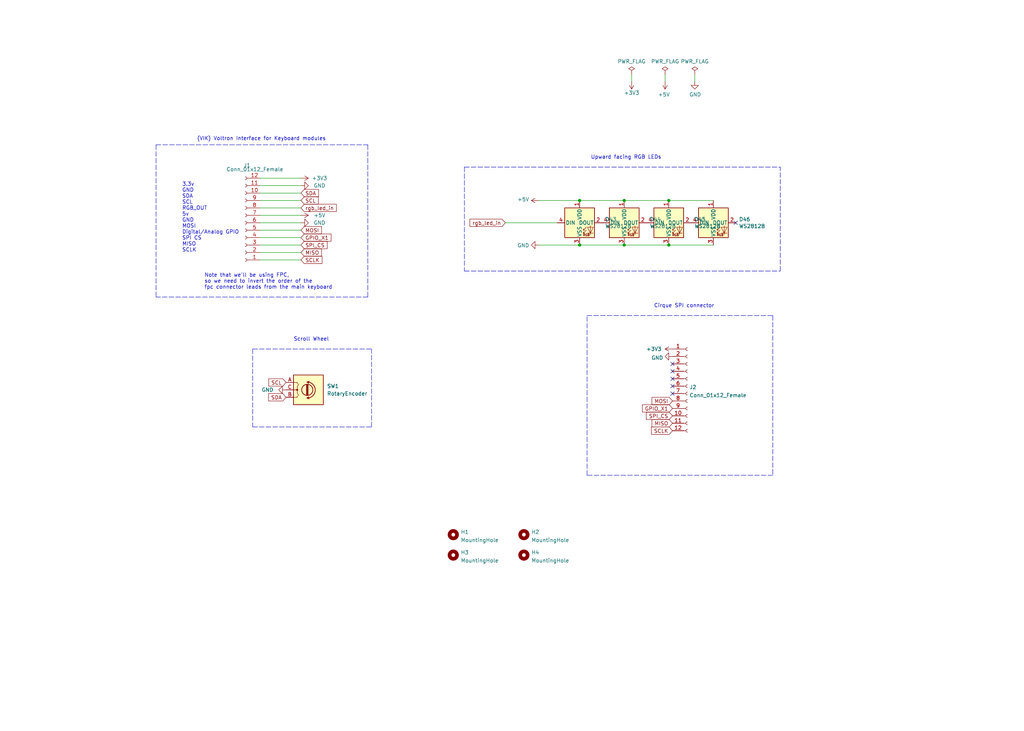
<source format=kicad_sch>
(kicad_sch (version 20211123) (generator eeschema)

  (uuid 61fe293f-6808-4b7f-9340-9aaac7054a97)

  (paper "User" 350.012 250.012)

  (lib_symbols
    (symbol "Connector:Conn_01x12_Female" (pin_names (offset 1.016) hide) (in_bom yes) (on_board yes)
      (property "Reference" "J" (id 0) (at 0 15.24 0)
        (effects (font (size 1.27 1.27)))
      )
      (property "Value" "Conn_01x12_Female" (id 1) (at 0 -17.78 0)
        (effects (font (size 1.27 1.27)))
      )
      (property "Footprint" "" (id 2) (at 0 0 0)
        (effects (font (size 1.27 1.27)) hide)
      )
      (property "Datasheet" "~" (id 3) (at 0 0 0)
        (effects (font (size 1.27 1.27)) hide)
      )
      (property "ki_keywords" "connector" (id 4) (at 0 0 0)
        (effects (font (size 1.27 1.27)) hide)
      )
      (property "ki_description" "Generic connector, single row, 01x12, script generated (kicad-library-utils/schlib/autogen/connector/)" (id 5) (at 0 0 0)
        (effects (font (size 1.27 1.27)) hide)
      )
      (property "ki_fp_filters" "Connector*:*_1x??_*" (id 6) (at 0 0 0)
        (effects (font (size 1.27 1.27)) hide)
      )
      (symbol "Conn_01x12_Female_1_1"
        (arc (start 0 -14.732) (mid -0.508 -15.24) (end 0 -15.748)
          (stroke (width 0.1524) (type default) (color 0 0 0 0))
          (fill (type none))
        )
        (arc (start 0 -12.192) (mid -0.508 -12.7) (end 0 -13.208)
          (stroke (width 0.1524) (type default) (color 0 0 0 0))
          (fill (type none))
        )
        (arc (start 0 -9.652) (mid -0.508 -10.16) (end 0 -10.668)
          (stroke (width 0.1524) (type default) (color 0 0 0 0))
          (fill (type none))
        )
        (arc (start 0 -7.112) (mid -0.508 -7.62) (end 0 -8.128)
          (stroke (width 0.1524) (type default) (color 0 0 0 0))
          (fill (type none))
        )
        (arc (start 0 -4.572) (mid -0.508 -5.08) (end 0 -5.588)
          (stroke (width 0.1524) (type default) (color 0 0 0 0))
          (fill (type none))
        )
        (arc (start 0 -2.032) (mid -0.508 -2.54) (end 0 -3.048)
          (stroke (width 0.1524) (type default) (color 0 0 0 0))
          (fill (type none))
        )
        (polyline
          (pts
            (xy -1.27 -15.24)
            (xy -0.508 -15.24)
          )
          (stroke (width 0.1524) (type default) (color 0 0 0 0))
          (fill (type none))
        )
        (polyline
          (pts
            (xy -1.27 -12.7)
            (xy -0.508 -12.7)
          )
          (stroke (width 0.1524) (type default) (color 0 0 0 0))
          (fill (type none))
        )
        (polyline
          (pts
            (xy -1.27 -10.16)
            (xy -0.508 -10.16)
          )
          (stroke (width 0.1524) (type default) (color 0 0 0 0))
          (fill (type none))
        )
        (polyline
          (pts
            (xy -1.27 -7.62)
            (xy -0.508 -7.62)
          )
          (stroke (width 0.1524) (type default) (color 0 0 0 0))
          (fill (type none))
        )
        (polyline
          (pts
            (xy -1.27 -5.08)
            (xy -0.508 -5.08)
          )
          (stroke (width 0.1524) (type default) (color 0 0 0 0))
          (fill (type none))
        )
        (polyline
          (pts
            (xy -1.27 -2.54)
            (xy -0.508 -2.54)
          )
          (stroke (width 0.1524) (type default) (color 0 0 0 0))
          (fill (type none))
        )
        (polyline
          (pts
            (xy -1.27 0)
            (xy -0.508 0)
          )
          (stroke (width 0.1524) (type default) (color 0 0 0 0))
          (fill (type none))
        )
        (polyline
          (pts
            (xy -1.27 2.54)
            (xy -0.508 2.54)
          )
          (stroke (width 0.1524) (type default) (color 0 0 0 0))
          (fill (type none))
        )
        (polyline
          (pts
            (xy -1.27 5.08)
            (xy -0.508 5.08)
          )
          (stroke (width 0.1524) (type default) (color 0 0 0 0))
          (fill (type none))
        )
        (polyline
          (pts
            (xy -1.27 7.62)
            (xy -0.508 7.62)
          )
          (stroke (width 0.1524) (type default) (color 0 0 0 0))
          (fill (type none))
        )
        (polyline
          (pts
            (xy -1.27 10.16)
            (xy -0.508 10.16)
          )
          (stroke (width 0.1524) (type default) (color 0 0 0 0))
          (fill (type none))
        )
        (polyline
          (pts
            (xy -1.27 12.7)
            (xy -0.508 12.7)
          )
          (stroke (width 0.1524) (type default) (color 0 0 0 0))
          (fill (type none))
        )
        (arc (start 0 0.508) (mid -0.508 0) (end 0 -0.508)
          (stroke (width 0.1524) (type default) (color 0 0 0 0))
          (fill (type none))
        )
        (arc (start 0 3.048) (mid -0.508 2.54) (end 0 2.032)
          (stroke (width 0.1524) (type default) (color 0 0 0 0))
          (fill (type none))
        )
        (arc (start 0 5.588) (mid -0.508 5.08) (end 0 4.572)
          (stroke (width 0.1524) (type default) (color 0 0 0 0))
          (fill (type none))
        )
        (arc (start 0 8.128) (mid -0.508 7.62) (end 0 7.112)
          (stroke (width 0.1524) (type default) (color 0 0 0 0))
          (fill (type none))
        )
        (arc (start 0 10.668) (mid -0.508 10.16) (end 0 9.652)
          (stroke (width 0.1524) (type default) (color 0 0 0 0))
          (fill (type none))
        )
        (arc (start 0 13.208) (mid -0.508 12.7) (end 0 12.192)
          (stroke (width 0.1524) (type default) (color 0 0 0 0))
          (fill (type none))
        )
        (pin passive line (at -5.08 12.7 0) (length 3.81)
          (name "Pin_1" (effects (font (size 1.27 1.27))))
          (number "1" (effects (font (size 1.27 1.27))))
        )
        (pin passive line (at -5.08 -10.16 0) (length 3.81)
          (name "Pin_10" (effects (font (size 1.27 1.27))))
          (number "10" (effects (font (size 1.27 1.27))))
        )
        (pin passive line (at -5.08 -12.7 0) (length 3.81)
          (name "Pin_11" (effects (font (size 1.27 1.27))))
          (number "11" (effects (font (size 1.27 1.27))))
        )
        (pin passive line (at -5.08 -15.24 0) (length 3.81)
          (name "Pin_12" (effects (font (size 1.27 1.27))))
          (number "12" (effects (font (size 1.27 1.27))))
        )
        (pin passive line (at -5.08 10.16 0) (length 3.81)
          (name "Pin_2" (effects (font (size 1.27 1.27))))
          (number "2" (effects (font (size 1.27 1.27))))
        )
        (pin passive line (at -5.08 7.62 0) (length 3.81)
          (name "Pin_3" (effects (font (size 1.27 1.27))))
          (number "3" (effects (font (size 1.27 1.27))))
        )
        (pin passive line (at -5.08 5.08 0) (length 3.81)
          (name "Pin_4" (effects (font (size 1.27 1.27))))
          (number "4" (effects (font (size 1.27 1.27))))
        )
        (pin passive line (at -5.08 2.54 0) (length 3.81)
          (name "Pin_5" (effects (font (size 1.27 1.27))))
          (number "5" (effects (font (size 1.27 1.27))))
        )
        (pin passive line (at -5.08 0 0) (length 3.81)
          (name "Pin_6" (effects (font (size 1.27 1.27))))
          (number "6" (effects (font (size 1.27 1.27))))
        )
        (pin passive line (at -5.08 -2.54 0) (length 3.81)
          (name "Pin_7" (effects (font (size 1.27 1.27))))
          (number "7" (effects (font (size 1.27 1.27))))
        )
        (pin passive line (at -5.08 -5.08 0) (length 3.81)
          (name "Pin_8" (effects (font (size 1.27 1.27))))
          (number "8" (effects (font (size 1.27 1.27))))
        )
        (pin passive line (at -5.08 -7.62 0) (length 3.81)
          (name "Pin_9" (effects (font (size 1.27 1.27))))
          (number "9" (effects (font (size 1.27 1.27))))
        )
      )
    )
    (symbol "Device:RotaryEncoder" (pin_names (offset 0.254) hide) (in_bom yes) (on_board yes)
      (property "Reference" "SW" (id 0) (at 0 6.604 0)
        (effects (font (size 1.27 1.27)))
      )
      (property "Value" "RotaryEncoder" (id 1) (at 0 -6.604 0)
        (effects (font (size 1.27 1.27)))
      )
      (property "Footprint" "" (id 2) (at -3.81 4.064 0)
        (effects (font (size 1.27 1.27)) hide)
      )
      (property "Datasheet" "~" (id 3) (at 0 6.604 0)
        (effects (font (size 1.27 1.27)) hide)
      )
      (property "ki_keywords" "rotary switch encoder" (id 4) (at 0 0 0)
        (effects (font (size 1.27 1.27)) hide)
      )
      (property "ki_description" "Rotary encoder, dual channel, incremental quadrate outputs" (id 5) (at 0 0 0)
        (effects (font (size 1.27 1.27)) hide)
      )
      (property "ki_fp_filters" "RotaryEncoder*" (id 6) (at 0 0 0)
        (effects (font (size 1.27 1.27)) hide)
      )
      (symbol "RotaryEncoder_0_1"
        (rectangle (start -5.08 5.08) (end 5.08 -5.08)
          (stroke (width 0.254) (type default) (color 0 0 0 0))
          (fill (type background))
        )
        (circle (center -3.81 0) (radius 0.254)
          (stroke (width 0) (type default) (color 0 0 0 0))
          (fill (type outline))
        )
        (arc (start -0.381 -2.794) (mid 2.3622 -0.0508) (end -0.381 2.667)
          (stroke (width 0.254) (type default) (color 0 0 0 0))
          (fill (type none))
        )
        (circle (center -0.381 0) (radius 1.905)
          (stroke (width 0.254) (type default) (color 0 0 0 0))
          (fill (type none))
        )
        (polyline
          (pts
            (xy -0.635 -1.778)
            (xy -0.635 1.778)
          )
          (stroke (width 0.254) (type default) (color 0 0 0 0))
          (fill (type none))
        )
        (polyline
          (pts
            (xy -0.381 -1.778)
            (xy -0.381 1.778)
          )
          (stroke (width 0.254) (type default) (color 0 0 0 0))
          (fill (type none))
        )
        (polyline
          (pts
            (xy -0.127 1.778)
            (xy -0.127 -1.778)
          )
          (stroke (width 0.254) (type default) (color 0 0 0 0))
          (fill (type none))
        )
        (polyline
          (pts
            (xy -5.08 -2.54)
            (xy -3.81 -2.54)
            (xy -3.81 -2.032)
          )
          (stroke (width 0) (type default) (color 0 0 0 0))
          (fill (type none))
        )
        (polyline
          (pts
            (xy -5.08 2.54)
            (xy -3.81 2.54)
            (xy -3.81 2.032)
          )
          (stroke (width 0) (type default) (color 0 0 0 0))
          (fill (type none))
        )
        (polyline
          (pts
            (xy 0.254 -3.048)
            (xy -0.508 -2.794)
            (xy 0.127 -2.413)
          )
          (stroke (width 0.254) (type default) (color 0 0 0 0))
          (fill (type none))
        )
        (polyline
          (pts
            (xy 0.254 2.921)
            (xy -0.508 2.667)
            (xy 0.127 2.286)
          )
          (stroke (width 0.254) (type default) (color 0 0 0 0))
          (fill (type none))
        )
        (polyline
          (pts
            (xy -5.08 0)
            (xy -3.81 0)
            (xy -3.81 -1.016)
            (xy -3.302 -2.032)
          )
          (stroke (width 0) (type default) (color 0 0 0 0))
          (fill (type none))
        )
        (polyline
          (pts
            (xy -4.318 0)
            (xy -3.81 0)
            (xy -3.81 1.016)
            (xy -3.302 2.032)
          )
          (stroke (width 0) (type default) (color 0 0 0 0))
          (fill (type none))
        )
      )
      (symbol "RotaryEncoder_1_1"
        (pin passive line (at -7.62 2.54 0) (length 2.54)
          (name "A" (effects (font (size 1.27 1.27))))
          (number "A" (effects (font (size 1.27 1.27))))
        )
        (pin passive line (at -7.62 -2.54 0) (length 2.54)
          (name "B" (effects (font (size 1.27 1.27))))
          (number "B" (effects (font (size 1.27 1.27))))
        )
        (pin passive line (at -7.62 0 0) (length 2.54)
          (name "C" (effects (font (size 1.27 1.27))))
          (number "C" (effects (font (size 1.27 1.27))))
        )
      )
    )
    (symbol "Mechanical:MountingHole" (pin_names (offset 1.016)) (in_bom yes) (on_board yes)
      (property "Reference" "H" (id 0) (at 0 5.08 0)
        (effects (font (size 1.27 1.27)))
      )
      (property "Value" "MountingHole" (id 1) (at 0 3.175 0)
        (effects (font (size 1.27 1.27)))
      )
      (property "Footprint" "" (id 2) (at 0 0 0)
        (effects (font (size 1.27 1.27)) hide)
      )
      (property "Datasheet" "~" (id 3) (at 0 0 0)
        (effects (font (size 1.27 1.27)) hide)
      )
      (property "ki_keywords" "mounting hole" (id 4) (at 0 0 0)
        (effects (font (size 1.27 1.27)) hide)
      )
      (property "ki_description" "Mounting Hole without connection" (id 5) (at 0 0 0)
        (effects (font (size 1.27 1.27)) hide)
      )
      (property "ki_fp_filters" "MountingHole*" (id 6) (at 0 0 0)
        (effects (font (size 1.27 1.27)) hide)
      )
      (symbol "MountingHole_0_1"
        (circle (center 0 0) (radius 1.27)
          (stroke (width 1.27) (type default) (color 0 0 0 0))
          (fill (type none))
        )
      )
    )
    (symbol "kicad-keyboard-parts:SK6812MINI-E" (pin_names (offset 0.254)) (in_bom yes) (on_board yes)
      (property "Reference" "D" (id 0) (at 5.08 5.715 0)
        (effects (font (size 1.27 1.27)) (justify right bottom))
      )
      (property "Value" "SK6812MINI-E" (id 1) (at 1.27 -5.715 0)
        (effects (font (size 1.27 1.27)) (justify left top))
      )
      (property "Footprint" "kicad-keyboard-parts:MX_SK6812MINI-E" (id 2) (at 1.27 -7.62 0)
        (effects (font (size 1.27 1.27)) (justify left top) hide)
      )
      (property "Datasheet" "https://cdn-shop.adafruit.com/product-files/2686/SK6812MINI_REV.01-1-2.pdf" (id 3) (at 2.54 -9.525 0)
        (effects (font (size 1.27 1.27)) (justify left top) hide)
      )
      (property "ki_keywords" "RGB LED NeoPixel Mini addressable" (id 4) (at 0 0 0)
        (effects (font (size 1.27 1.27)) hide)
      )
      (property "ki_description" "Reverse-mount RGB LED with integrated controller" (id 5) (at 0 0 0)
        (effects (font (size 1.27 1.27)) hide)
      )
      (property "ki_fp_filters" "LED*SK6812MINI*PLCC*3.5x3.5mm*P1.75mm*" (id 6) (at 0 0 0)
        (effects (font (size 1.27 1.27)) hide)
      )
      (symbol "SK6812MINI-E_0_0"
        (text "RGB" (at 2.286 -4.191 0)
          (effects (font (size 0.762 0.762)))
        )
      )
      (symbol "SK6812MINI-E_0_1"
        (polyline
          (pts
            (xy 1.27 -3.556)
            (xy 1.778 -3.556)
          )
          (stroke (width 0) (type default) (color 0 0 0 0))
          (fill (type none))
        )
        (polyline
          (pts
            (xy 1.27 -2.54)
            (xy 1.778 -2.54)
          )
          (stroke (width 0) (type default) (color 0 0 0 0))
          (fill (type none))
        )
        (polyline
          (pts
            (xy 4.699 -3.556)
            (xy 2.667 -3.556)
          )
          (stroke (width 0) (type default) (color 0 0 0 0))
          (fill (type none))
        )
        (polyline
          (pts
            (xy 2.286 -2.54)
            (xy 1.27 -3.556)
            (xy 1.27 -3.048)
          )
          (stroke (width 0) (type default) (color 0 0 0 0))
          (fill (type none))
        )
        (polyline
          (pts
            (xy 2.286 -1.524)
            (xy 1.27 -2.54)
            (xy 1.27 -2.032)
          )
          (stroke (width 0) (type default) (color 0 0 0 0))
          (fill (type none))
        )
        (polyline
          (pts
            (xy 3.683 -1.016)
            (xy 3.683 -3.556)
            (xy 3.683 -4.064)
          )
          (stroke (width 0) (type default) (color 0 0 0 0))
          (fill (type none))
        )
        (polyline
          (pts
            (xy 4.699 -1.524)
            (xy 2.667 -1.524)
            (xy 3.683 -3.556)
            (xy 4.699 -1.524)
          )
          (stroke (width 0) (type default) (color 0 0 0 0))
          (fill (type none))
        )
        (rectangle (start 5.08 5.08) (end -5.08 -5.08)
          (stroke (width 0.254) (type default) (color 0 0 0 0))
          (fill (type background))
        )
      )
      (symbol "SK6812MINI-E_1_1"
        (pin power_in line (at 0 7.62 270) (length 2.54)
          (name "VDD" (effects (font (size 1.27 1.27))))
          (number "1" (effects (font (size 1.27 1.27))))
        )
        (pin output line (at 7.62 0 180) (length 2.54)
          (name "DOUT" (effects (font (size 1.27 1.27))))
          (number "2" (effects (font (size 1.27 1.27))))
        )
        (pin power_in line (at 0 -7.62 90) (length 2.54)
          (name "VSS" (effects (font (size 1.27 1.27))))
          (number "3" (effects (font (size 1.27 1.27))))
        )
        (pin input line (at -7.62 0 0) (length 2.54)
          (name "DIN" (effects (font (size 1.27 1.27))))
          (number "4" (effects (font (size 1.27 1.27))))
        )
      )
    )
    (symbol "power:+3V3" (power) (pin_names (offset 0)) (in_bom yes) (on_board yes)
      (property "Reference" "#PWR" (id 0) (at 0 -3.81 0)
        (effects (font (size 1.27 1.27)) hide)
      )
      (property "Value" "+3V3" (id 1) (at 0 3.556 0)
        (effects (font (size 1.27 1.27)))
      )
      (property "Footprint" "" (id 2) (at 0 0 0)
        (effects (font (size 1.27 1.27)) hide)
      )
      (property "Datasheet" "" (id 3) (at 0 0 0)
        (effects (font (size 1.27 1.27)) hide)
      )
      (property "ki_keywords" "power-flag" (id 4) (at 0 0 0)
        (effects (font (size 1.27 1.27)) hide)
      )
      (property "ki_description" "Power symbol creates a global label with name \"+3V3\"" (id 5) (at 0 0 0)
        (effects (font (size 1.27 1.27)) hide)
      )
      (symbol "+3V3_0_1"
        (polyline
          (pts
            (xy -0.762 1.27)
            (xy 0 2.54)
          )
          (stroke (width 0) (type default) (color 0 0 0 0))
          (fill (type none))
        )
        (polyline
          (pts
            (xy 0 0)
            (xy 0 2.54)
          )
          (stroke (width 0) (type default) (color 0 0 0 0))
          (fill (type none))
        )
        (polyline
          (pts
            (xy 0 2.54)
            (xy 0.762 1.27)
          )
          (stroke (width 0) (type default) (color 0 0 0 0))
          (fill (type none))
        )
      )
      (symbol "+3V3_1_1"
        (pin power_in line (at 0 0 90) (length 0) hide
          (name "+3V3" (effects (font (size 1.27 1.27))))
          (number "1" (effects (font (size 1.27 1.27))))
        )
      )
    )
    (symbol "power:+5V" (power) (pin_names (offset 0)) (in_bom yes) (on_board yes)
      (property "Reference" "#PWR" (id 0) (at 0 -3.81 0)
        (effects (font (size 1.27 1.27)) hide)
      )
      (property "Value" "+5V" (id 1) (at 0 3.556 0)
        (effects (font (size 1.27 1.27)))
      )
      (property "Footprint" "" (id 2) (at 0 0 0)
        (effects (font (size 1.27 1.27)) hide)
      )
      (property "Datasheet" "" (id 3) (at 0 0 0)
        (effects (font (size 1.27 1.27)) hide)
      )
      (property "ki_keywords" "power-flag" (id 4) (at 0 0 0)
        (effects (font (size 1.27 1.27)) hide)
      )
      (property "ki_description" "Power symbol creates a global label with name \"+5V\"" (id 5) (at 0 0 0)
        (effects (font (size 1.27 1.27)) hide)
      )
      (symbol "+5V_0_1"
        (polyline
          (pts
            (xy -0.762 1.27)
            (xy 0 2.54)
          )
          (stroke (width 0) (type default) (color 0 0 0 0))
          (fill (type none))
        )
        (polyline
          (pts
            (xy 0 0)
            (xy 0 2.54)
          )
          (stroke (width 0) (type default) (color 0 0 0 0))
          (fill (type none))
        )
        (polyline
          (pts
            (xy 0 2.54)
            (xy 0.762 1.27)
          )
          (stroke (width 0) (type default) (color 0 0 0 0))
          (fill (type none))
        )
      )
      (symbol "+5V_1_1"
        (pin power_in line (at 0 0 90) (length 0) hide
          (name "+5V" (effects (font (size 1.27 1.27))))
          (number "1" (effects (font (size 1.27 1.27))))
        )
      )
    )
    (symbol "power:GND" (power) (pin_names (offset 0)) (in_bom yes) (on_board yes)
      (property "Reference" "#PWR" (id 0) (at 0 -6.35 0)
        (effects (font (size 1.27 1.27)) hide)
      )
      (property "Value" "GND" (id 1) (at 0 -3.81 0)
        (effects (font (size 1.27 1.27)))
      )
      (property "Footprint" "" (id 2) (at 0 0 0)
        (effects (font (size 1.27 1.27)) hide)
      )
      (property "Datasheet" "" (id 3) (at 0 0 0)
        (effects (font (size 1.27 1.27)) hide)
      )
      (property "ki_keywords" "power-flag" (id 4) (at 0 0 0)
        (effects (font (size 1.27 1.27)) hide)
      )
      (property "ki_description" "Power symbol creates a global label with name \"GND\" , ground" (id 5) (at 0 0 0)
        (effects (font (size 1.27 1.27)) hide)
      )
      (symbol "GND_0_1"
        (polyline
          (pts
            (xy 0 0)
            (xy 0 -1.27)
            (xy 1.27 -1.27)
            (xy 0 -2.54)
            (xy -1.27 -1.27)
            (xy 0 -1.27)
          )
          (stroke (width 0) (type default) (color 0 0 0 0))
          (fill (type none))
        )
      )
      (symbol "GND_1_1"
        (pin power_in line (at 0 0 270) (length 0) hide
          (name "GND" (effects (font (size 1.27 1.27))))
          (number "1" (effects (font (size 1.27 1.27))))
        )
      )
    )
    (symbol "power:PWR_FLAG" (power) (pin_numbers hide) (pin_names (offset 0) hide) (in_bom yes) (on_board yes)
      (property "Reference" "#FLG" (id 0) (at 0 1.905 0)
        (effects (font (size 1.27 1.27)) hide)
      )
      (property "Value" "PWR_FLAG" (id 1) (at 0 3.81 0)
        (effects (font (size 1.27 1.27)))
      )
      (property "Footprint" "" (id 2) (at 0 0 0)
        (effects (font (size 1.27 1.27)) hide)
      )
      (property "Datasheet" "~" (id 3) (at 0 0 0)
        (effects (font (size 1.27 1.27)) hide)
      )
      (property "ki_keywords" "power-flag" (id 4) (at 0 0 0)
        (effects (font (size 1.27 1.27)) hide)
      )
      (property "ki_description" "Special symbol for telling ERC where power comes from" (id 5) (at 0 0 0)
        (effects (font (size 1.27 1.27)) hide)
      )
      (symbol "PWR_FLAG_0_0"
        (pin power_out line (at 0 0 90) (length 0)
          (name "pwr" (effects (font (size 1.27 1.27))))
          (number "1" (effects (font (size 1.27 1.27))))
        )
      )
      (symbol "PWR_FLAG_0_1"
        (polyline
          (pts
            (xy 0 0)
            (xy 0 1.27)
            (xy -1.016 1.905)
            (xy 0 2.54)
            (xy 1.016 1.905)
            (xy 0 1.27)
          )
          (stroke (width 0) (type default) (color 0 0 0 0))
          (fill (type none))
        )
      )
    )
  )

  (junction (at 198.12 83.82) (diameter 0) (color 0 0 0 0)
    (uuid 309fa007-da9b-446b-8a89-e7d2222a5831)
  )
  (junction (at 213.36 68.58) (diameter 0) (color 0 0 0 0)
    (uuid 478846e3-7800-4fd4-8a02-8f1827af0cd5)
  )
  (junction (at 228.6 68.58) (diameter 0) (color 0 0 0 0)
    (uuid a82e41a9-a872-45e1-83cb-2b5d1d2e8213)
  )
  (junction (at 228.6 83.82) (diameter 0) (color 0 0 0 0)
    (uuid c0f0b113-bbf0-41a6-a64d-72b4c3171f53)
  )
  (junction (at 198.12 68.58) (diameter 0) (color 0 0 0 0)
    (uuid e1409ca4-be7d-4e7e-b6a5-ec000316f010)
  )
  (junction (at 213.36 83.82) (diameter 0) (color 0 0 0 0)
    (uuid f5ffed9e-6dcc-42e2-afb5-0804bb92c659)
  )

  (no_connect (at 229.87 129.54) (uuid 26d32488-8dff-447c-a7e8-6649d5ca7567))
  (no_connect (at 251.46 76.2) (uuid af726a60-199d-4ad4-b475-08754ba10e25))
  (no_connect (at 229.87 124.46) (uuid c5502c0c-e892-4ee0-8409-d9a97f5440bb))
  (no_connect (at 229.87 134.62) (uuid de951870-fc6d-4355-8842-a0fee08d8cab))
  (no_connect (at 229.87 127) (uuid f5703501-fa62-4d53-bb37-633fea6eee64))
  (no_connect (at 229.87 132.08) (uuid f889902a-d11f-4de3-b679-9e1f8c825024))

  (polyline (pts (xy 200.66 162.56) (xy 200.66 107.95))
    (stroke (width 0) (type default) (color 0 0 0 0))
    (uuid 093984c9-6188-42c6-bf45-b83614742aaf)
  )

  (wire (pts (xy 88.9 60.96) (xy 102.87 60.96))
    (stroke (width 0) (type default) (color 0 0 0 0))
    (uuid 10dd335c-495e-4e6e-afb3-92701f8b9223)
  )
  (wire (pts (xy 88.9 68.58) (xy 102.87 68.58))
    (stroke (width 0) (type default) (color 0 0 0 0))
    (uuid 12e601b0-2ce6-47a0-bee0-90454bd8b539)
  )
  (wire (pts (xy 213.36 68.58) (xy 228.6 68.58))
    (stroke (width 0) (type default) (color 0 0 0 0))
    (uuid 14b7346f-0116-46fb-891a-6aa1d833866b)
  )
  (polyline (pts (xy 158.75 57.15) (xy 158.75 92.71))
    (stroke (width 0) (type default) (color 0 0 0 0))
    (uuid 1812e53f-5a8c-401a-8454-eb062d428cbc)
  )

  (wire (pts (xy 88.9 78.74) (xy 102.87 78.74))
    (stroke (width 0) (type default) (color 0 0 0 0))
    (uuid 21fc78b2-4ae3-46a3-9944-c94c0613b9d2)
  )
  (wire (pts (xy 237.49 25.4) (xy 237.49 27.94))
    (stroke (width 0) (type default) (color 0 0 0 0))
    (uuid 282c8e53-3acc-42f0-a92a-6aa976b97a93)
  )
  (wire (pts (xy 198.12 83.82) (xy 213.36 83.82))
    (stroke (width 0) (type default) (color 0 0 0 0))
    (uuid 2f5635c3-9895-44f6-8975-182a036b9574)
  )
  (wire (pts (xy 88.9 76.2) (xy 102.87 76.2))
    (stroke (width 0) (type default) (color 0 0 0 0))
    (uuid 31136693-ec0b-4e21-a472-9b3ad3b042f1)
  )
  (polyline (pts (xy 86.36 146.05) (xy 127 146.05))
    (stroke (width 0) (type default) (color 0 0 0 0))
    (uuid 3832fc7c-1192-49c7-9ee0-2ef8edb1eea2)
  )

  (wire (pts (xy 184.15 83.82) (xy 198.12 83.82))
    (stroke (width 0) (type default) (color 0 0 0 0))
    (uuid 412483a1-fd28-42f8-876b-fed02581f469)
  )
  (polyline (pts (xy 158.75 57.15) (xy 266.7 57.15))
    (stroke (width 0) (type default) (color 0 0 0 0))
    (uuid 459bf7e1-03e5-43e7-a7a5-48bb21267187)
  )

  (wire (pts (xy 184.15 68.58) (xy 198.12 68.58))
    (stroke (width 0) (type default) (color 0 0 0 0))
    (uuid 48758ce2-385e-4293-95f3-493b80337c4e)
  )
  (wire (pts (xy 88.9 83.82) (xy 102.87 83.82))
    (stroke (width 0) (type default) (color 0 0 0 0))
    (uuid 4f5e7bcd-4596-4d4b-a03c-121244878d37)
  )
  (polyline (pts (xy 200.66 107.95) (xy 264.16 107.95))
    (stroke (width 0) (type default) (color 0 0 0 0))
    (uuid 558703d1-d3c6-47b5-aa05-50f0d6fd0640)
  )

  (wire (pts (xy 88.9 86.36) (xy 102.87 86.36))
    (stroke (width 0) (type default) (color 0 0 0 0))
    (uuid 5f72bc70-3346-47e0-a189-975416ef2e9c)
  )
  (wire (pts (xy 213.36 83.82) (xy 228.6 83.82))
    (stroke (width 0) (type default) (color 0 0 0 0))
    (uuid 6ba722f7-9877-4a77-98cc-e97138f36789)
  )
  (wire (pts (xy 88.9 63.5) (xy 102.87 63.5))
    (stroke (width 0) (type default) (color 0 0 0 0))
    (uuid 6ded6e1a-1684-446a-88f5-8e7fd1f82cc8)
  )
  (polyline (pts (xy 264.16 162.56) (xy 200.66 162.56))
    (stroke (width 0) (type default) (color 0 0 0 0))
    (uuid 783f3524-cac3-4c6f-b43d-9337abcf4f97)
  )

  (wire (pts (xy 228.6 83.82) (xy 243.84 83.82))
    (stroke (width 0) (type default) (color 0 0 0 0))
    (uuid 83342153-f2c2-42ee-8e46-c0ed9e10434e)
  )
  (wire (pts (xy 88.9 66.04) (xy 102.87 66.04))
    (stroke (width 0) (type default) (color 0 0 0 0))
    (uuid 8a4bb0fb-91c0-4654-9a01-2d99eddfc927)
  )
  (wire (pts (xy 228.6 68.58) (xy 243.84 68.58))
    (stroke (width 0) (type default) (color 0 0 0 0))
    (uuid 9662384e-2b80-4275-b5c4-bd3e5e627d71)
  )
  (wire (pts (xy 227.33 25.4) (xy 227.33 27.94))
    (stroke (width 0) (type default) (color 0 0 0 0))
    (uuid 98970bf0-1168-4b4e-a1c9-3b0c8d7eaacf)
  )
  (polyline (pts (xy 125.73 49.53) (xy 125.73 101.6))
    (stroke (width 0) (type default) (color 0 0 0 0))
    (uuid 99bf09fb-0fae-4637-b3f3-84a889bb2043)
  )
  (polyline (pts (xy 264.16 107.95) (xy 264.16 162.56))
    (stroke (width 0) (type default) (color 0 0 0 0))
    (uuid 9abdc06f-0c40-4ec3-9703-a24cb4829cb3)
  )
  (polyline (pts (xy 125.73 101.6) (xy 53.34 101.6))
    (stroke (width 0) (type default) (color 0 0 0 0))
    (uuid 9f7d949b-052d-4ce4-a723-65d6c8194f0f)
  )
  (polyline (pts (xy 86.36 119.38) (xy 127 119.38))
    (stroke (width 0) (type default) (color 0 0 0 0))
    (uuid a0dc335a-f83f-49ca-bf03-74da5b7844fe)
  )
  (polyline (pts (xy 53.34 49.53) (xy 53.34 101.6))
    (stroke (width 0) (type default) (color 0 0 0 0))
    (uuid a318c8a7-6037-4ecc-bb11-17fada677db9)
  )
  (polyline (pts (xy 266.7 92.71) (xy 266.7 57.15))
    (stroke (width 0) (type default) (color 0 0 0 0))
    (uuid a9e702e9-2640-419c-926c-4862ec6caabb)
  )

  (wire (pts (xy 215.9 25.4) (xy 215.9 27.94))
    (stroke (width 0) (type default) (color 0 0 0 0))
    (uuid b12e5309-5d01-40ef-a9c3-8453e00a555e)
  )
  (wire (pts (xy 172.72 76.2) (xy 190.5 76.2))
    (stroke (width 0) (type default) (color 0 0 0 0))
    (uuid b3173493-8e87-456c-88c6-af1d1c463dde)
  )
  (wire (pts (xy 88.9 88.9) (xy 102.87 88.9))
    (stroke (width 0) (type default) (color 0 0 0 0))
    (uuid b3e7c4cf-a423-439a-82cd-b273a6ac080b)
  )
  (polyline (pts (xy 53.34 49.53) (xy 125.73 49.53))
    (stroke (width 0) (type default) (color 0 0 0 0))
    (uuid b50e0395-6aa2-48ca-8512-0c6bb8c6f23a)
  )

  (wire (pts (xy 88.9 71.12) (xy 102.87 71.12))
    (stroke (width 0) (type default) (color 0 0 0 0))
    (uuid b6853bac-5ca5-47c9-91f6-2e9b2305e230)
  )
  (wire (pts (xy 88.9 73.66) (xy 102.87 73.66))
    (stroke (width 0) (type default) (color 0 0 0 0))
    (uuid be9916ef-31e0-4b2d-b034-0d944db2af8c)
  )
  (wire (pts (xy 198.12 68.58) (xy 213.36 68.58))
    (stroke (width 0) (type default) (color 0 0 0 0))
    (uuid c7fd5fca-82df-4715-8960-701cf369978c)
  )
  (polyline (pts (xy 158.75 92.71) (xy 266.7 92.71))
    (stroke (width 0) (type default) (color 0 0 0 0))
    (uuid e1f36889-4243-47aa-9a77-682175b2b302)
  )
  (polyline (pts (xy 86.36 119.38) (xy 86.36 146.05))
    (stroke (width 0) (type default) (color 0 0 0 0))
    (uuid e44a22af-090a-4ce8-b2b9-66f5c2df9c2c)
  )

  (wire (pts (xy 88.9 81.28) (xy 102.87 81.28))
    (stroke (width 0) (type default) (color 0 0 0 0))
    (uuid ef6c1aea-b510-477e-a9ce-1c4bad719d82)
  )
  (polyline (pts (xy 127 146.05) (xy 127 119.38))
    (stroke (width 0) (type default) (color 0 0 0 0))
    (uuid f30c1f6a-0ce6-4c32-acf4-af4fdc2bcf9b)
  )

  (text "3.3v\nGND\nSDA\nSCL\nRGB_OUT\n5v\nGND\nMOSI\nDigital/Analog GPIO\nSPI CS\nMISO\nSCLK"
    (at 62.23 86.36 0)
    (effects (font (size 1.27 1.27)) (justify left bottom))
    (uuid 1e95df4a-4dfa-4b0d-a6e5-1428cc292266)
  )
  (text "Cirque SPI connector" (at 223.52 105.41 0)
    (effects (font (size 1.27 1.27)) (justify left bottom))
    (uuid 39107ab2-e394-4da7-b9f8-8fce10760a18)
  )
  (text "Note that we'll be using FPC,\nso we need to invert the order of the\nfpc connector leads from the main keyboard"
    (at 69.85 99.06 0)
    (effects (font (size 1.27 1.27)) (justify left bottom))
    (uuid 4d911053-6278-4815-a7c5-3c864300c718)
  )
  (text "Upward facing RGB LEDs" (at 201.93 54.61 0)
    (effects (font (size 1.27 1.27)) (justify left bottom))
    (uuid 88581f58-0995-4d15-91e0-69ba9201124c)
  )
  (text "(VIK) Voltron Interface for Keyboard modules" (at 67.31 48.26 0)
    (effects (font (size 1.27 1.27)) (justify left bottom))
    (uuid 9c95da06-da97-4485-b74d-99b67093cae7)
  )
  (text "Scroll Wheel" (at 100.33 116.84 0)
    (effects (font (size 1.27 1.27)) (justify left bottom))
    (uuid bdf5f028-e3f0-494f-953b-d7838f259497)
  )

  (global_label "GPIO_X1" (shape input) (at 229.87 139.7 180) (fields_autoplaced)
    (effects (font (size 1.27 1.27)) (justify right))
    (uuid 0ad00977-4148-44db-9f1e-9fbc2f729bfb)
    (property "Intersheet References" "${INTERSHEET_REFS}" (id 0) (at 219.6839 139.6206 0)
      (effects (font (size 1.27 1.27)) (justify right) hide)
    )
  )
  (global_label "SPI_CS" (shape input) (at 229.87 142.24 180)
    (effects (font (size 1.27 1.27)) (justify right))
    (uuid 226233ee-e573-48f4-8638-4c661925e252)
    (property "Intersheet References" "${INTERSHEET_REFS}" (id 0) (at 323.85 275.59 0)
      (effects (font (size 1.27 1.27)) hide)
    )
  )
  (global_label "MOSI" (shape input) (at 229.87 137.16 180) (fields_autoplaced)
    (effects (font (size 1.27 1.27)) (justify right))
    (uuid 321a1f49-778d-4a06-ad9c-4cd214abd1fd)
    (property "Intersheet References" "${INTERSHEET_REFS}" (id 0) (at 222.9496 137.2394 0)
      (effects (font (size 1.27 1.27)) (justify right) hide)
    )
  )
  (global_label "SCL" (shape input) (at 97.79 130.81 180) (fields_autoplaced)
    (effects (font (size 1.27 1.27)) (justify right))
    (uuid 35597a92-2f0e-4927-a9eb-f6472476492a)
    (property "Intersheet References" "${INTERSHEET_REFS}" (id 0) (at 91.9582 130.8894 0)
      (effects (font (size 1.27 1.27)) (justify right) hide)
    )
  )
  (global_label "MISO" (shape input) (at 229.87 144.78 180) (fields_autoplaced)
    (effects (font (size 1.27 1.27)) (justify right))
    (uuid 53addd19-b4a5-4fe8-aec2-33240cafdb36)
    (property "Intersheet References" "${INTERSHEET_REFS}" (id 0) (at 222.9496 144.8594 0)
      (effects (font (size 1.27 1.27)) (justify right) hide)
    )
  )
  (global_label "SPI_CS" (shape input) (at 102.87 83.82 0)
    (effects (font (size 1.27 1.27)) (justify left))
    (uuid 5417e20d-8268-48e5-8932-29520f4725b5)
    (property "Intersheet References" "${INTERSHEET_REFS}" (id 0) (at 8.89 -49.53 0)
      (effects (font (size 1.27 1.27)) hide)
    )
  )
  (global_label "GPIO_X1" (shape input) (at 102.87 81.28 0) (fields_autoplaced)
    (effects (font (size 1.27 1.27)) (justify left))
    (uuid 660cafa6-c381-4118-98f5-797a15aad996)
    (property "Intersheet References" "${INTERSHEET_REFS}" (id 0) (at 113.0561 81.3594 0)
      (effects (font (size 1.27 1.27)) (justify left) hide)
    )
  )
  (global_label "MOSI" (shape input) (at 102.87 78.74 0) (fields_autoplaced)
    (effects (font (size 1.27 1.27)) (justify left))
    (uuid 8108860b-b692-4867-b50c-03dac4951e6f)
    (property "Intersheet References" "${INTERSHEET_REFS}" (id 0) (at 109.7904 78.6606 0)
      (effects (font (size 1.27 1.27)) (justify left) hide)
    )
  )
  (global_label "SCL" (shape input) (at 102.87 68.58 0) (fields_autoplaced)
    (effects (font (size 1.27 1.27)) (justify left))
    (uuid 8b260514-2532-4a1b-8814-a53a4701e516)
    (property "Intersheet References" "${INTERSHEET_REFS}" (id 0) (at 108.7018 68.5006 0)
      (effects (font (size 1.27 1.27)) (justify left) hide)
    )
  )
  (global_label "MISO" (shape input) (at 102.87 86.36 0) (fields_autoplaced)
    (effects (font (size 1.27 1.27)) (justify left))
    (uuid a3adbee2-0950-4bfa-a8df-b76a4399cf48)
    (property "Intersheet References" "${INTERSHEET_REFS}" (id 0) (at 109.7904 86.2806 0)
      (effects (font (size 1.27 1.27)) (justify left) hide)
    )
  )
  (global_label "SCLK" (shape input) (at 102.87 88.9 0) (fields_autoplaced)
    (effects (font (size 1.27 1.27)) (justify left))
    (uuid b888eee6-8f0c-491a-862d-32e94f5bb41a)
    (property "Intersheet References" "${INTERSHEET_REFS}" (id 0) (at 109.9718 88.8206 0)
      (effects (font (size 1.27 1.27)) (justify left) hide)
    )
  )
  (global_label "rgb_led_in" (shape input) (at 172.72 76.2 180) (fields_autoplaced)
    (effects (font (size 1.27 1.27)) (justify right))
    (uuid b8f05c1f-fdbe-4436-a9f7-0978ad6c0a1a)
    (property "Intersheet References" "${INTERSHEET_REFS}" (id 0) (at 160.7196 76.2794 0)
      (effects (font (size 1.27 1.27)) (justify right) hide)
    )
  )
  (global_label "rgb_led_in" (shape input) (at 102.87 71.12 0) (fields_autoplaced)
    (effects (font (size 1.27 1.27)) (justify left))
    (uuid e0e17498-9df8-4434-b4ba-a616f219f855)
    (property "Intersheet References" "${INTERSHEET_REFS}" (id 0) (at 114.8704 71.0406 0)
      (effects (font (size 1.27 1.27)) (justify left) hide)
    )
  )
  (global_label "SDA" (shape input) (at 102.87 66.04 0) (fields_autoplaced)
    (effects (font (size 1.27 1.27)) (justify left))
    (uuid f61e7b9d-6274-4641-a861-b11b620e5656)
    (property "Intersheet References" "${INTERSHEET_REFS}" (id 0) (at 108.7623 65.9606 0)
      (effects (font (size 1.27 1.27)) (justify left) hide)
    )
  )
  (global_label "SCLK" (shape input) (at 229.87 147.32 180) (fields_autoplaced)
    (effects (font (size 1.27 1.27)) (justify right))
    (uuid fa095f0d-c402-4b4a-ad87-6ba1033441eb)
    (property "Intersheet References" "${INTERSHEET_REFS}" (id 0) (at 222.7682 147.3994 0)
      (effects (font (size 1.27 1.27)) (justify right) hide)
    )
  )
  (global_label "SDA" (shape input) (at 97.79 135.89 180) (fields_autoplaced)
    (effects (font (size 1.27 1.27)) (justify right))
    (uuid fd0df0e9-ab30-4ae1-a555-1f0364080156)
    (property "Intersheet References" "${INTERSHEET_REFS}" (id 0) (at 91.8977 135.9694 0)
      (effects (font (size 1.27 1.27)) (justify right) hide)
    )
  )

  (symbol (lib_id "power:+5V") (at 184.15 68.58 90) (unit 1)
    (in_bom yes) (on_board yes)
    (uuid 00000000-0000-0000-0000-000060f6e21e)
    (property "Reference" "#PWR08" (id 0) (at 187.96 68.58 0)
      (effects (font (size 1.27 1.27)) hide)
    )
    (property "Value" "+5V" (id 1) (at 180.8988 68.199 90)
      (effects (font (size 1.27 1.27)) (justify left))
    )
    (property "Footprint" "" (id 2) (at 184.15 68.58 0)
      (effects (font (size 1.27 1.27)) hide)
    )
    (property "Datasheet" "" (id 3) (at 184.15 68.58 0)
      (effects (font (size 1.27 1.27)) hide)
    )
    (pin "1" (uuid 05ffdca0-d2f5-4462-963f-d996e626313c))
  )

  (symbol (lib_id "power:PWR_FLAG") (at 215.9 25.4 0) (unit 1)
    (in_bom yes) (on_board yes)
    (uuid 00000000-0000-0000-0000-000060f9b7b9)
    (property "Reference" "#FLG01" (id 0) (at 215.9 23.495 0)
      (effects (font (size 1.27 1.27)) hide)
    )
    (property "Value" "PWR_FLAG" (id 1) (at 215.9 21.0058 0))
    (property "Footprint" "" (id 2) (at 215.9 25.4 0)
      (effects (font (size 1.27 1.27)) hide)
    )
    (property "Datasheet" "~" (id 3) (at 215.9 25.4 0)
      (effects (font (size 1.27 1.27)) hide)
    )
    (pin "1" (uuid 879e49b9-fbc5-4b51-abaf-20fd01ed20a5))
  )

  (symbol (lib_id "power:PWR_FLAG") (at 227.33 25.4 0) (unit 1)
    (in_bom yes) (on_board yes)
    (uuid 00000000-0000-0000-0000-000060fb7fba)
    (property "Reference" "#FLG02" (id 0) (at 227.33 23.495 0)
      (effects (font (size 1.27 1.27)) hide)
    )
    (property "Value" "PWR_FLAG" (id 1) (at 227.33 21.0058 0))
    (property "Footprint" "" (id 2) (at 227.33 25.4 0)
      (effects (font (size 1.27 1.27)) hide)
    )
    (property "Datasheet" "~" (id 3) (at 227.33 25.4 0)
      (effects (font (size 1.27 1.27)) hide)
    )
    (pin "1" (uuid e55a5f42-9a0c-4d71-a13a-76d57b877b6b))
  )

  (symbol (lib_id "power:+5V") (at 227.33 27.94 180) (unit 1)
    (in_bom yes) (on_board yes)
    (uuid 00000000-0000-0000-0000-000060fb9a70)
    (property "Reference" "#PWR02" (id 0) (at 227.33 24.13 0)
      (effects (font (size 1.27 1.27)) hide)
    )
    (property "Value" "+5V" (id 1) (at 226.949 32.3342 0))
    (property "Footprint" "" (id 2) (at 227.33 27.94 0)
      (effects (font (size 1.27 1.27)) hide)
    )
    (property "Datasheet" "" (id 3) (at 227.33 27.94 0)
      (effects (font (size 1.27 1.27)) hide)
    )
    (pin "1" (uuid 74522d7f-1de2-43f7-a63b-c7cd8b82854a))
  )

  (symbol (lib_id "power:GND") (at 237.49 27.94 0) (unit 1)
    (in_bom yes) (on_board yes)
    (uuid 00000000-0000-0000-0000-000060fd4683)
    (property "Reference" "#PWR03" (id 0) (at 237.49 34.29 0)
      (effects (font (size 1.27 1.27)) hide)
    )
    (property "Value" "GND" (id 1) (at 237.617 32.3342 0))
    (property "Footprint" "" (id 2) (at 237.49 27.94 0)
      (effects (font (size 1.27 1.27)) hide)
    )
    (property "Datasheet" "" (id 3) (at 237.49 27.94 0)
      (effects (font (size 1.27 1.27)) hide)
    )
    (pin "1" (uuid 86315a7f-e7a3-40cb-b198-d482a34b711d))
  )

  (symbol (lib_id "power:PWR_FLAG") (at 237.49 25.4 0) (unit 1)
    (in_bom yes) (on_board yes)
    (uuid 00000000-0000-0000-0000-000060fd5fc5)
    (property "Reference" "#FLG03" (id 0) (at 237.49 23.495 0)
      (effects (font (size 1.27 1.27)) hide)
    )
    (property "Value" "PWR_FLAG" (id 1) (at 237.49 21.0058 0))
    (property "Footprint" "" (id 2) (at 237.49 25.4 0)
      (effects (font (size 1.27 1.27)) hide)
    )
    (property "Datasheet" "~" (id 3) (at 237.49 25.4 0)
      (effects (font (size 1.27 1.27)) hide)
    )
    (pin "1" (uuid d2c72173-386d-4adb-99bb-d7be2b0a8f77))
  )

  (symbol (lib_id "power:GND") (at 184.15 83.82 270) (unit 1)
    (in_bom yes) (on_board yes)
    (uuid 00000000-0000-0000-0000-0000611a15d4)
    (property "Reference" "#PWR09" (id 0) (at 177.8 83.82 0)
      (effects (font (size 1.27 1.27)) hide)
    )
    (property "Value" "GND" (id 1) (at 180.8988 83.947 90)
      (effects (font (size 1.27 1.27)) (justify right))
    )
    (property "Footprint" "" (id 2) (at 184.15 83.82 0)
      (effects (font (size 1.27 1.27)) hide)
    )
    (property "Datasheet" "" (id 3) (at 184.15 83.82 0)
      (effects (font (size 1.27 1.27)) hide)
    )
    (pin "1" (uuid 946022c5-e695-43d9-80f5-2959764ce9d2))
  )

  (symbol (lib_id "power:GND") (at 102.87 76.2 90) (mirror x) (unit 1)
    (in_bom yes) (on_board yes)
    (uuid 0ccc0a63-f52c-47de-9189-86bf781a36ba)
    (property "Reference" "#PWR0103" (id 0) (at 109.22 76.2 0)
      (effects (font (size 1.27 1.27)) hide)
    )
    (property "Value" "GND" (id 1) (at 109.22 76.2 90))
    (property "Footprint" "" (id 2) (at 102.87 76.2 0)
      (effects (font (size 1.27 1.27)) hide)
    )
    (property "Datasheet" "" (id 3) (at 102.87 76.2 0)
      (effects (font (size 1.27 1.27)) hide)
    )
    (pin "1" (uuid 05e866af-dc6d-48ee-9863-eb51a3564a73))
  )

  (symbol (lib_id "power:GND") (at 102.87 63.5 90) (mirror x) (unit 1)
    (in_bom yes) (on_board yes)
    (uuid 163b8132-027e-4c21-b144-967fbfc49e96)
    (property "Reference" "#PWR0102" (id 0) (at 109.22 63.5 0)
      (effects (font (size 1.27 1.27)) hide)
    )
    (property "Value" "GND" (id 1) (at 109.22 63.5 90))
    (property "Footprint" "" (id 2) (at 102.87 63.5 0)
      (effects (font (size 1.27 1.27)) hide)
    )
    (property "Datasheet" "" (id 3) (at 102.87 63.5 0)
      (effects (font (size 1.27 1.27)) hide)
    )
    (pin "1" (uuid 4c90e137-60ee-44b4-be8f-199f0c5025e3))
  )

  (symbol (lib_id "power:GND") (at 229.87 121.92 270) (unit 1)
    (in_bom yes) (on_board yes) (fields_autoplaced)
    (uuid 469dea9c-dfa5-4420-879d-b242f85f1849)
    (property "Reference" "#PWR0107" (id 0) (at 223.52 121.92 0)
      (effects (font (size 1.27 1.27)) hide)
    )
    (property "Value" "GND" (id 1) (at 226.6951 122.399 90)
      (effects (font (size 1.27 1.27)) (justify right))
    )
    (property "Footprint" "" (id 2) (at 229.87 121.92 0)
      (effects (font (size 1.27 1.27)) hide)
    )
    (property "Datasheet" "" (id 3) (at 229.87 121.92 0)
      (effects (font (size 1.27 1.27)) hide)
    )
    (pin "1" (uuid 2a7e5c03-e6b1-45fe-b2e2-4e37ae097ef4))
  )

  (symbol (lib_id "kicad-keyboard-parts:SK6812MINI-E") (at 198.12 76.2 0) (unit 1)
    (in_bom yes) (on_board yes)
    (uuid 4973a1ec-2de6-4250-b629-a3a8cc4a0de1)
    (property "Reference" "D43" (id 0) (at 206.8576 75.0316 0)
      (effects (font (size 1.27 1.27)) (justify left))
    )
    (property "Value" "WS2812B" (id 1) (at 206.8576 77.343 0)
      (effects (font (size 1.27 1.27)) (justify left))
    )
    (property "Footprint" "fingerpunch:LED_WS2812B_PLCC4_5.0x5.0mm_P3.2mm-reversible" (id 2) (at 199.39 83.82 0)
      (effects (font (size 1.27 1.27)) (justify left top) hide)
    )
    (property "Datasheet" "https://cdn-shop.adafruit.com/product-files/2686/SK6812MINI_REV.01-1-2.pdf" (id 3) (at 200.66 85.725 0)
      (effects (font (size 1.27 1.27)) (justify left top) hide)
    )
    (property "LCSC" "C2761795" (id 4) (at 198.12 76.2 0)
      (effects (font (size 1.27 1.27)) hide)
    )
    (pin "1" (uuid 11a45ba8-7ea7-47ff-8093-8e8539581477))
    (pin "2" (uuid 1c6fa44f-bbf2-4bca-959a-00fbd1b2a984))
    (pin "3" (uuid 284b891c-2078-4f30-8734-ac47316850c0))
    (pin "4" (uuid 0d0d9d7e-82e9-4cef-a5bc-9a543399a0f3))
  )

  (symbol (lib_id "power:GND") (at 97.79 133.35 270) (mirror x) (unit 1)
    (in_bom yes) (on_board yes)
    (uuid 4a7aa798-ff47-453d-85c5-fdc8dec89ce3)
    (property "Reference" "#PWR0105" (id 0) (at 91.44 133.35 0)
      (effects (font (size 1.27 1.27)) hide)
    )
    (property "Value" "GND" (id 1) (at 91.44 133.35 90))
    (property "Footprint" "" (id 2) (at 97.79 133.35 0)
      (effects (font (size 1.27 1.27)) hide)
    )
    (property "Datasheet" "" (id 3) (at 97.79 133.35 0)
      (effects (font (size 1.27 1.27)) hide)
    )
    (pin "1" (uuid 124795bd-c29c-4e05-bf1e-2a66bcd9ab54))
  )

  (symbol (lib_id "Mechanical:MountingHole") (at 179.07 182.88 0) (unit 1)
    (in_bom yes) (on_board yes) (fields_autoplaced)
    (uuid 504d674f-9639-432d-8633-cf6c6968a07b)
    (property "Reference" "H2" (id 0) (at 181.61 181.9715 0)
      (effects (font (size 1.27 1.27)) (justify left))
    )
    (property "Value" "MountingHole" (id 1) (at 181.61 184.7466 0)
      (effects (font (size 1.27 1.27)) (justify left))
    )
    (property "Footprint" "MountingHole:MountingHole_2.2mm_M2_Pad" (id 2) (at 179.07 182.88 0)
      (effects (font (size 1.27 1.27)) hide)
    )
    (property "Datasheet" "~" (id 3) (at 179.07 182.88 0)
      (effects (font (size 1.27 1.27)) hide)
    )
  )

  (symbol (lib_id "kicad-keyboard-parts:SK6812MINI-E") (at 243.84 76.2 0) (unit 1)
    (in_bom yes) (on_board yes)
    (uuid 5de38f0c-1bd4-4c8c-8417-b890bb9caabc)
    (property "Reference" "D46" (id 0) (at 252.5776 75.0316 0)
      (effects (font (size 1.27 1.27)) (justify left))
    )
    (property "Value" "WS2812B" (id 1) (at 252.5776 77.343 0)
      (effects (font (size 1.27 1.27)) (justify left))
    )
    (property "Footprint" "fingerpunch:LED_WS2812B_PLCC4_5.0x5.0mm_P3.2mm-reversible" (id 2) (at 245.11 83.82 0)
      (effects (font (size 1.27 1.27)) (justify left top) hide)
    )
    (property "Datasheet" "https://cdn-shop.adafruit.com/product-files/2686/SK6812MINI_REV.01-1-2.pdf" (id 3) (at 246.38 85.725 0)
      (effects (font (size 1.27 1.27)) (justify left top) hide)
    )
    (property "LCSC" "C2761795" (id 4) (at 243.84 76.2 0)
      (effects (font (size 1.27 1.27)) hide)
    )
    (pin "1" (uuid 324bc151-c101-47e2-929b-b9fa4402b063))
    (pin "2" (uuid 49103980-b2b1-4566-8502-dc95db73e59d))
    (pin "3" (uuid 6a6cb98e-68ce-4319-a68a-67742668c034))
    (pin "4" (uuid 49aaa3ac-6131-4eb2-b800-68e55838b888))
  )

  (symbol (lib_id "kicad-keyboard-parts:SK6812MINI-E") (at 228.6 76.2 0) (unit 1)
    (in_bom yes) (on_board yes)
    (uuid 5e949b08-85d4-486c-af1d-575528afb6c2)
    (property "Reference" "D45" (id 0) (at 237.3376 75.0316 0)
      (effects (font (size 1.27 1.27)) (justify left))
    )
    (property "Value" "WS2812B" (id 1) (at 237.3376 77.343 0)
      (effects (font (size 1.27 1.27)) (justify left))
    )
    (property "Footprint" "fingerpunch:LED_WS2812B_PLCC4_5.0x5.0mm_P3.2mm-reversible" (id 2) (at 229.87 83.82 0)
      (effects (font (size 1.27 1.27)) (justify left top) hide)
    )
    (property "Datasheet" "https://cdn-shop.adafruit.com/product-files/2686/SK6812MINI_REV.01-1-2.pdf" (id 3) (at 231.14 85.725 0)
      (effects (font (size 1.27 1.27)) (justify left top) hide)
    )
    (property "LCSC" "C2761795" (id 4) (at 228.6 76.2 0)
      (effects (font (size 1.27 1.27)) hide)
    )
    (pin "1" (uuid 26cfb7a2-a1ab-4a6a-904e-342251406b97))
    (pin "2" (uuid 595e8e5a-2d5a-4dbf-a970-2e79f9b989b0))
    (pin "3" (uuid 61a185ed-7b53-4c87-864d-ac1125d7b05b))
    (pin "4" (uuid 1a74eb50-b0b6-4421-9cd1-7fa35e3e6e51))
  )

  (symbol (lib_id "power:+3V3") (at 102.87 60.96 270) (unit 1)
    (in_bom yes) (on_board yes)
    (uuid 67306c4d-2a22-40cd-b316-e11712d228ec)
    (property "Reference" "#PWR0101" (id 0) (at 99.06 60.96 0)
      (effects (font (size 1.27 1.27)) hide)
    )
    (property "Value" "+3V3" (id 1) (at 109.22 60.96 90))
    (property "Footprint" "" (id 2) (at 102.87 60.96 0)
      (effects (font (size 1.27 1.27)) hide)
    )
    (property "Datasheet" "" (id 3) (at 102.87 60.96 0)
      (effects (font (size 1.27 1.27)) hide)
    )
    (pin "1" (uuid a0f5fd1f-f76d-422d-97a9-405f81bef1e1))
  )

  (symbol (lib_id "Mechanical:MountingHole") (at 179.07 189.865 0) (unit 1)
    (in_bom yes) (on_board yes) (fields_autoplaced)
    (uuid 915de838-2993-487a-8f83-62d36ade277e)
    (property "Reference" "H4" (id 0) (at 181.61 188.9565 0)
      (effects (font (size 1.27 1.27)) (justify left))
    )
    (property "Value" "MountingHole" (id 1) (at 181.61 191.7316 0)
      (effects (font (size 1.27 1.27)) (justify left))
    )
    (property "Footprint" "MountingHole:MountingHole_2.2mm_M2_Pad" (id 2) (at 179.07 189.865 0)
      (effects (font (size 1.27 1.27)) hide)
    )
    (property "Datasheet" "~" (id 3) (at 179.07 189.865 0)
      (effects (font (size 1.27 1.27)) hide)
    )
  )

  (symbol (lib_id "power:+5V") (at 102.87 73.66 270) (unit 1)
    (in_bom yes) (on_board yes)
    (uuid 92518f24-2ed3-4b3b-899e-9e2b912b790a)
    (property "Reference" "#PWR0104" (id 0) (at 99.06 73.66 0)
      (effects (font (size 1.27 1.27)) hide)
    )
    (property "Value" "+5V" (id 1) (at 109.22 73.66 90))
    (property "Footprint" "" (id 2) (at 102.87 73.66 0)
      (effects (font (size 1.27 1.27)) hide)
    )
    (property "Datasheet" "" (id 3) (at 102.87 73.66 0)
      (effects (font (size 1.27 1.27)) hide)
    )
    (pin "1" (uuid 067ed21b-c41d-4bb4-867f-17ca23886846))
  )

  (symbol (lib_id "kicad-keyboard-parts:SK6812MINI-E") (at 213.36 76.2 0) (unit 1)
    (in_bom yes) (on_board yes)
    (uuid a67df5ff-0925-4154-a81b-31d85f493c06)
    (property "Reference" "D44" (id 0) (at 222.0976 75.0316 0)
      (effects (font (size 1.27 1.27)) (justify left))
    )
    (property "Value" "WS2812B" (id 1) (at 222.0976 77.343 0)
      (effects (font (size 1.27 1.27)) (justify left))
    )
    (property "Footprint" "fingerpunch:LED_WS2812B_PLCC4_5.0x5.0mm_P3.2mm-reversible" (id 2) (at 214.63 83.82 0)
      (effects (font (size 1.27 1.27)) (justify left top) hide)
    )
    (property "Datasheet" "https://cdn-shop.adafruit.com/product-files/2686/SK6812MINI_REV.01-1-2.pdf" (id 3) (at 215.9 85.725 0)
      (effects (font (size 1.27 1.27)) (justify left top) hide)
    )
    (property "LCSC" "C2761795" (id 4) (at 213.36 76.2 0)
      (effects (font (size 1.27 1.27)) hide)
    )
    (pin "1" (uuid 054d2f5f-49b4-4878-b99e-6cbfe0a54f70))
    (pin "2" (uuid d74cccf7-63f8-4c30-8384-17b5e6daed67))
    (pin "3" (uuid 9dbe5660-9dd1-4815-852f-e6ff8c536cae))
    (pin "4" (uuid d9629647-bbb1-4346-9619-7a26e2d7876f))
  )

  (symbol (lib_id "Connector:Conn_01x12_Female") (at 83.82 76.2 180) (unit 1)
    (in_bom yes) (on_board yes)
    (uuid b9dae8a9-fa97-4d1a-9d16-617a890bf267)
    (property "Reference" "J1" (id 0) (at 84.455 56.5363 0))
    (property "Value" "Conn_01x12_Female" (id 1) (at 87.122 57.912 0))
    (property "Footprint" "fingerpunch:FPC-SMD_FPC05012-09200-.5mm-rev" (id 2) (at 83.82 76.2 0)
      (effects (font (size 1.27 1.27)) hide)
    )
    (property "Datasheet" "~" (id 3) (at 83.82 76.2 0)
      (effects (font (size 1.27 1.27)) hide)
    )
    (property "LCSC" "C479750" (id 4) (at 83.82 76.2 0)
      (effects (font (size 1.27 1.27)) hide)
    )
    (pin "1" (uuid 61d66283-4802-4695-b4d9-e1c31c4a013c))
    (pin "10" (uuid 4e8d2255-f4d6-4579-9af4-0e646a77f13d))
    (pin "11" (uuid 908c4c09-e19e-4146-ab59-a61ab88ca6d5))
    (pin "12" (uuid f2814207-932b-4074-831f-e6341418233a))
    (pin "2" (uuid 7ad6a9ce-831f-467c-9f8a-40da1baa8aaf))
    (pin "3" (uuid 0bf247ed-930b-4de9-b295-143847eed551))
    (pin "4" (uuid 58ef9c21-787b-467e-b913-30bb8b2c0cd0))
    (pin "5" (uuid 0c83cc1a-0ebb-4973-9ce3-f13dc75df068))
    (pin "6" (uuid f4c9d754-aa65-4ca4-bbe0-20f3cbcaa599))
    (pin "7" (uuid 2a1ddcef-b7e8-4bf2-81be-726a86ec0c0a))
    (pin "8" (uuid 24753447-4a84-496e-a187-06405cf5c5f3))
    (pin "9" (uuid 4b1de21c-c948-47c3-83bf-2b74c1e1bb79))
  )

  (symbol (lib_id "Mechanical:MountingHole") (at 154.94 182.88 0) (unit 1)
    (in_bom yes) (on_board yes) (fields_autoplaced)
    (uuid cf61b999-cf33-4ade-80af-db65a728812d)
    (property "Reference" "H1" (id 0) (at 157.48 181.9715 0)
      (effects (font (size 1.27 1.27)) (justify left))
    )
    (property "Value" "MountingHole" (id 1) (at 157.48 184.7466 0)
      (effects (font (size 1.27 1.27)) (justify left))
    )
    (property "Footprint" "MountingHole:MountingHole_2.2mm_M2_Pad" (id 2) (at 154.94 182.88 0)
      (effects (font (size 1.27 1.27)) hide)
    )
    (property "Datasheet" "~" (id 3) (at 154.94 182.88 0)
      (effects (font (size 1.27 1.27)) hide)
    )
  )

  (symbol (lib_id "power:+3V3") (at 229.87 119.38 90) (unit 1)
    (in_bom yes) (on_board yes)
    (uuid d356c383-00ee-4d88-b21a-060fbfbca31a)
    (property "Reference" "#PWR0106" (id 0) (at 233.68 119.38 0)
      (effects (font (size 1.27 1.27)) hide)
    )
    (property "Value" "+3V3" (id 1) (at 223.52 119.38 90))
    (property "Footprint" "" (id 2) (at 229.87 119.38 0)
      (effects (font (size 1.27 1.27)) hide)
    )
    (property "Datasheet" "" (id 3) (at 229.87 119.38 0)
      (effects (font (size 1.27 1.27)) hide)
    )
    (pin "1" (uuid fe1b5605-4f60-4d1d-99d0-6bf562e914a2))
  )

  (symbol (lib_id "Mechanical:MountingHole") (at 154.94 189.865 0) (unit 1)
    (in_bom yes) (on_board yes) (fields_autoplaced)
    (uuid d4106b81-417c-4dcb-a18c-4ba1e33f0184)
    (property "Reference" "H3" (id 0) (at 157.48 188.9565 0)
      (effects (font (size 1.27 1.27)) (justify left))
    )
    (property "Value" "MountingHole" (id 1) (at 157.48 191.7316 0)
      (effects (font (size 1.27 1.27)) (justify left))
    )
    (property "Footprint" "MountingHole:MountingHole_2.2mm_M2_Pad" (id 2) (at 154.94 189.865 0)
      (effects (font (size 1.27 1.27)) hide)
    )
    (property "Datasheet" "~" (id 3) (at 154.94 189.865 0)
      (effects (font (size 1.27 1.27)) hide)
    )
  )

  (symbol (lib_id "power:+3V3") (at 215.9 27.94 180) (unit 1)
    (in_bom yes) (on_board yes)
    (uuid e00c8349-6e8c-415c-9424-a5256c6d14c4)
    (property "Reference" "#PWR0112" (id 0) (at 215.9 24.13 0)
      (effects (font (size 1.27 1.27)) hide)
    )
    (property "Value" "+3V3" (id 1) (at 215.9 31.75 0))
    (property "Footprint" "" (id 2) (at 215.9 27.94 0)
      (effects (font (size 1.27 1.27)) hide)
    )
    (property "Datasheet" "" (id 3) (at 215.9 27.94 0)
      (effects (font (size 1.27 1.27)) hide)
    )
    (pin "1" (uuid b6b005a3-6aa8-4642-902f-c3f80828fbe1))
  )

  (symbol (lib_id "Connector:Conn_01x12_Female") (at 234.95 132.08 0) (unit 1)
    (in_bom yes) (on_board yes) (fields_autoplaced)
    (uuid f5620e4a-a387-491f-86d4-c86c1689c3cb)
    (property "Reference" "J2" (id 0) (at 235.6612 132.4415 0)
      (effects (font (size 1.27 1.27)) (justify left))
    )
    (property "Value" "Conn_01x12_Female" (id 1) (at 235.6612 135.2166 0)
      (effects (font (size 1.27 1.27)) (justify left))
    )
    (property "Footprint" "fingerpunch:FPC-SMD_FPC05012-09200-.5mm-rev" (id 2) (at 234.95 132.08 0)
      (effects (font (size 1.27 1.27)) hide)
    )
    (property "Datasheet" "~" (id 3) (at 234.95 132.08 0)
      (effects (font (size 1.27 1.27)) hide)
    )
    (property "LCSC" "C479750" (id 4) (at 234.95 132.08 0)
      (effects (font (size 1.27 1.27)) hide)
    )
    (pin "1" (uuid 04a88736-59e8-45fb-ba1f-306ca19e2301))
    (pin "10" (uuid d8b9eabf-8bec-4238-9917-fa62ec7ad582))
    (pin "11" (uuid a0dda923-0117-4c74-a70a-321189c566b5))
    (pin "12" (uuid b72a2ea6-8df8-4033-8da5-8a26a11a8fbc))
    (pin "2" (uuid 248e27f4-7459-498e-a4b0-69c9f97392d1))
    (pin "3" (uuid 74f090b2-3eb6-4d0c-81df-21bce74274aa))
    (pin "4" (uuid a8d328b6-8db6-45e5-b7a8-17fd12e60b9d))
    (pin "5" (uuid 6ccc0e6f-189c-42db-b311-f1c6a29fbdf0))
    (pin "6" (uuid 0499148e-8240-40dc-8990-27b303389770))
    (pin "7" (uuid 3a87386a-b45c-442e-a96e-7fc41c558879))
    (pin "8" (uuid 715cc693-8fe1-4550-a302-5286a6da110b))
    (pin "9" (uuid efb1aa3d-80e1-4e28-acf5-3619ccc7c4a6))
  )

  (symbol (lib_id "Device:RotaryEncoder") (at 105.41 133.35 0) (unit 1)
    (in_bom yes) (on_board yes) (fields_autoplaced)
    (uuid f5c154b3-fd56-429b-8bbc-6305973fb904)
    (property "Reference" "SW1" (id 0) (at 111.76 132.0799 0)
      (effects (font (size 1.27 1.27)) (justify left))
    )
    (property "Value" "RotaryEncoder" (id 1) (at 111.76 134.6199 0)
      (effects (font (size 1.27 1.27)) (justify left))
    )
    (property "Footprint" "fingerpunch:PERS56v3" (id 2) (at 101.6 129.286 0)
      (effects (font (size 1.27 1.27)) hide)
    )
    (property "Datasheet" "~" (id 3) (at 105.41 126.746 0)
      (effects (font (size 1.27 1.27)) hide)
    )
    (pin "A" (uuid 34b9c349-c27c-46ac-9b4c-b2f160a2549a))
    (pin "B" (uuid aeca080c-d9c1-4122-96af-391c787623d2))
    (pin "C" (uuid 221e3dc9-d0f7-4764-ae17-dbd825eba6dd))
  )

  (sheet_instances
    (path "/" (page "1"))
  )

  (symbol_instances
    (path "/00000000-0000-0000-0000-000060f9b7b9"
      (reference "#FLG01") (unit 1) (value "PWR_FLAG") (footprint "")
    )
    (path "/00000000-0000-0000-0000-000060fb7fba"
      (reference "#FLG02") (unit 1) (value "PWR_FLAG") (footprint "")
    )
    (path "/00000000-0000-0000-0000-000060fd5fc5"
      (reference "#FLG03") (unit 1) (value "PWR_FLAG") (footprint "")
    )
    (path "/00000000-0000-0000-0000-000060fb9a70"
      (reference "#PWR02") (unit 1) (value "+5V") (footprint "")
    )
    (path "/00000000-0000-0000-0000-000060fd4683"
      (reference "#PWR03") (unit 1) (value "GND") (footprint "")
    )
    (path "/00000000-0000-0000-0000-000060f6e21e"
      (reference "#PWR08") (unit 1) (value "+5V") (footprint "")
    )
    (path "/00000000-0000-0000-0000-0000611a15d4"
      (reference "#PWR09") (unit 1) (value "GND") (footprint "")
    )
    (path "/67306c4d-2a22-40cd-b316-e11712d228ec"
      (reference "#PWR0101") (unit 1) (value "+3V3") (footprint "")
    )
    (path "/163b8132-027e-4c21-b144-967fbfc49e96"
      (reference "#PWR0102") (unit 1) (value "GND") (footprint "")
    )
    (path "/0ccc0a63-f52c-47de-9189-86bf781a36ba"
      (reference "#PWR0103") (unit 1) (value "GND") (footprint "")
    )
    (path "/92518f24-2ed3-4b3b-899e-9e2b912b790a"
      (reference "#PWR0104") (unit 1) (value "+5V") (footprint "")
    )
    (path "/4a7aa798-ff47-453d-85c5-fdc8dec89ce3"
      (reference "#PWR0105") (unit 1) (value "GND") (footprint "")
    )
    (path "/d356c383-00ee-4d88-b21a-060fbfbca31a"
      (reference "#PWR0106") (unit 1) (value "+3V3") (footprint "")
    )
    (path "/469dea9c-dfa5-4420-879d-b242f85f1849"
      (reference "#PWR0107") (unit 1) (value "GND") (footprint "")
    )
    (path "/e00c8349-6e8c-415c-9424-a5256c6d14c4"
      (reference "#PWR0112") (unit 1) (value "+3V3") (footprint "")
    )
    (path "/4973a1ec-2de6-4250-b629-a3a8cc4a0de1"
      (reference "D43") (unit 1) (value "WS2812B") (footprint "fingerpunch:LED_WS2812B_PLCC4_5.0x5.0mm_P3.2mm-reversible")
    )
    (path "/a67df5ff-0925-4154-a81b-31d85f493c06"
      (reference "D44") (unit 1) (value "WS2812B") (footprint "fingerpunch:LED_WS2812B_PLCC4_5.0x5.0mm_P3.2mm-reversible")
    )
    (path "/5e949b08-85d4-486c-af1d-575528afb6c2"
      (reference "D45") (unit 1) (value "WS2812B") (footprint "fingerpunch:LED_WS2812B_PLCC4_5.0x5.0mm_P3.2mm-reversible")
    )
    (path "/5de38f0c-1bd4-4c8c-8417-b890bb9caabc"
      (reference "D46") (unit 1) (value "WS2812B") (footprint "fingerpunch:LED_WS2812B_PLCC4_5.0x5.0mm_P3.2mm-reversible")
    )
    (path "/cf61b999-cf33-4ade-80af-db65a728812d"
      (reference "H1") (unit 1) (value "MountingHole") (footprint "MountingHole:MountingHole_2.2mm_M2_Pad")
    )
    (path "/504d674f-9639-432d-8633-cf6c6968a07b"
      (reference "H2") (unit 1) (value "MountingHole") (footprint "MountingHole:MountingHole_2.2mm_M2_Pad")
    )
    (path "/d4106b81-417c-4dcb-a18c-4ba1e33f0184"
      (reference "H3") (unit 1) (value "MountingHole") (footprint "MountingHole:MountingHole_2.2mm_M2_Pad")
    )
    (path "/915de838-2993-487a-8f83-62d36ade277e"
      (reference "H4") (unit 1) (value "MountingHole") (footprint "MountingHole:MountingHole_2.2mm_M2_Pad")
    )
    (path "/b9dae8a9-fa97-4d1a-9d16-617a890bf267"
      (reference "J1") (unit 1) (value "Conn_01x12_Female") (footprint "fingerpunch:FPC-SMD_FPC05012-09200-.5mm-rev")
    )
    (path "/f5620e4a-a387-491f-86d4-c86c1689c3cb"
      (reference "J2") (unit 1) (value "Conn_01x12_Female") (footprint "fingerpunch:FPC-SMD_FPC05012-09200-.5mm-rev")
    )
    (path "/f5c154b3-fd56-429b-8bbc-6305973fb904"
      (reference "SW1") (unit 1) (value "RotaryEncoder") (footprint "fingerpunch:PERS56v3")
    )
  )
)

</source>
